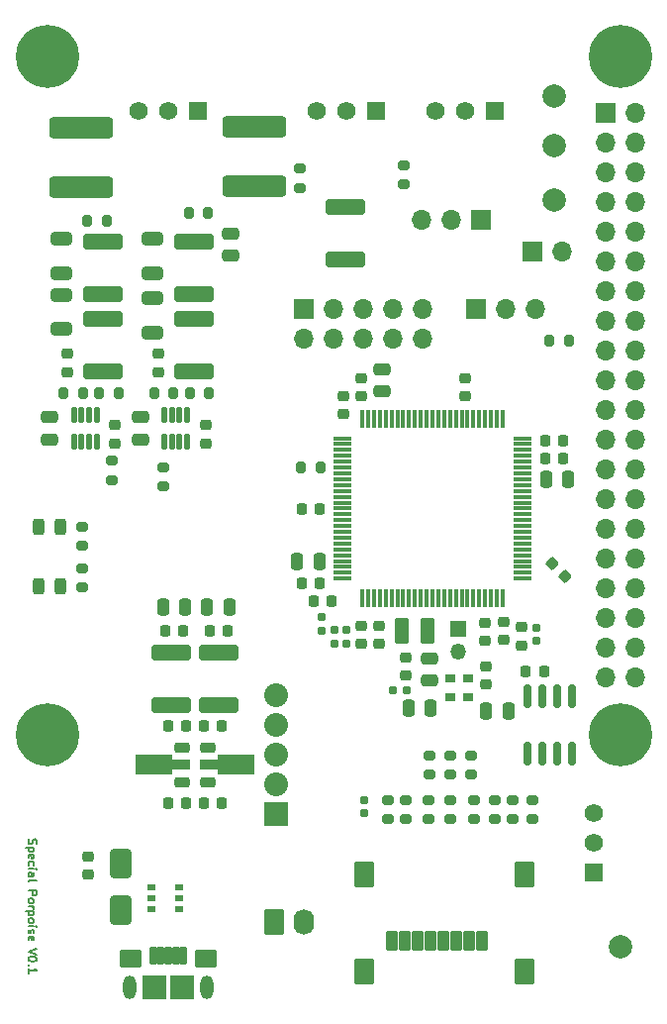
<source format=gbr>
%TF.GenerationSoftware,KiCad,Pcbnew,7.0.11-7.0.11~ubuntu20.04.1*%
%TF.CreationDate,2025-05-20T14:11:40-07:00*%
%TF.ProjectId,whaleboard,7768616c-6562-46f6-9172-642e6b696361,rev?*%
%TF.SameCoordinates,Original*%
%TF.FileFunction,Soldermask,Top*%
%TF.FilePolarity,Negative*%
%FSLAX46Y46*%
G04 Gerber Fmt 4.6, Leading zero omitted, Abs format (unit mm)*
G04 Created by KiCad (PCBNEW 7.0.11-7.0.11~ubuntu20.04.1) date 2025-05-20 14:11:40*
%MOMM*%
%LPD*%
G01*
G04 APERTURE LIST*
G04 Aperture macros list*
%AMRoundRect*
0 Rectangle with rounded corners*
0 $1 Rounding radius*
0 $2 $3 $4 $5 $6 $7 $8 $9 X,Y pos of 4 corners*
0 Add a 4 corners polygon primitive as box body*
4,1,4,$2,$3,$4,$5,$6,$7,$8,$9,$2,$3,0*
0 Add four circle primitives for the rounded corners*
1,1,$1+$1,$2,$3*
1,1,$1+$1,$4,$5*
1,1,$1+$1,$6,$7*
1,1,$1+$1,$8,$9*
0 Add four rect primitives between the rounded corners*
20,1,$1+$1,$2,$3,$4,$5,0*
20,1,$1+$1,$4,$5,$6,$7,0*
20,1,$1+$1,$6,$7,$8,$9,0*
20,1,$1+$1,$8,$9,$2,$3,0*%
%AMFreePoly0*
4,1,9,3.862500,-0.866500,0.737500,-0.866500,0.737500,-0.450000,-0.737500,-0.450000,-0.737500,0.450000,0.737500,0.450000,0.737500,0.866500,3.862500,0.866500,3.862500,-0.866500,3.862500,-0.866500,$1*%
G04 Aperture macros list end*
%ADD10C,0.175000*%
%ADD11C,5.400000*%
%ADD12C,2.000000*%
%ADD13RoundRect,0.200000X0.200000X0.275000X-0.200000X0.275000X-0.200000X-0.275000X0.200000X-0.275000X0*%
%ADD14RoundRect,0.225000X-0.250000X0.225000X-0.250000X-0.225000X0.250000X-0.225000X0.250000X0.225000X0*%
%ADD15RoundRect,0.250000X-0.475000X0.250000X-0.475000X-0.250000X0.475000X-0.250000X0.475000X0.250000X0*%
%ADD16RoundRect,0.200000X0.275000X-0.200000X0.275000X0.200000X-0.275000X0.200000X-0.275000X-0.200000X0*%
%ADD17RoundRect,0.250000X-1.450000X0.400000X-1.450000X-0.400000X1.450000X-0.400000X1.450000X0.400000X0*%
%ADD18RoundRect,0.200000X-0.275000X0.200000X-0.275000X-0.200000X0.275000X-0.200000X0.275000X0.200000X0*%
%ADD19RoundRect,0.225000X0.250000X-0.225000X0.250000X0.225000X-0.250000X0.225000X-0.250000X-0.225000X0*%
%ADD20RoundRect,0.250000X-2.450000X0.650000X-2.450000X-0.650000X2.450000X-0.650000X2.450000X0.650000X0*%
%ADD21RoundRect,0.150000X0.150000X-0.825000X0.150000X0.825000X-0.150000X0.825000X-0.150000X-0.825000X0*%
%ADD22RoundRect,0.225000X0.335876X0.017678X0.017678X0.335876X-0.335876X-0.017678X-0.017678X-0.335876X0*%
%ADD23RoundRect,0.076200X-0.400000X-0.750000X0.400000X-0.750000X0.400000X0.750000X-0.400000X0.750000X0*%
%ADD24RoundRect,0.076200X-0.750000X-1.025000X0.750000X-1.025000X0.750000X1.025000X-0.750000X1.025000X0*%
%ADD25RoundRect,0.250000X-0.250000X-0.475000X0.250000X-0.475000X0.250000X0.475000X-0.250000X0.475000X0*%
%ADD26RoundRect,0.250000X0.650000X-0.325000X0.650000X0.325000X-0.650000X0.325000X-0.650000X-0.325000X0*%
%ADD27R,2.032000X2.032000*%
%ADD28C,2.032000*%
%ADD29RoundRect,0.075000X0.075000X-0.725000X0.075000X0.725000X-0.075000X0.725000X-0.075000X-0.725000X0*%
%ADD30RoundRect,0.075000X0.725000X-0.075000X0.725000X0.075000X-0.725000X0.075000X-0.725000X-0.075000X0*%
%ADD31R,1.700000X1.700000*%
%ADD32O,1.700000X1.700000*%
%ADD33RoundRect,0.225000X0.225000X0.250000X-0.225000X0.250000X-0.225000X-0.250000X0.225000X-0.250000X0*%
%ADD34R,1.574800X1.574800*%
%ADD35C,1.574800*%
%ADD36RoundRect,0.250000X-0.375000X-0.850000X0.375000X-0.850000X0.375000X0.850000X-0.375000X0.850000X0*%
%ADD37RoundRect,0.250000X0.475000X-0.250000X0.475000X0.250000X-0.475000X0.250000X-0.475000X-0.250000X0*%
%ADD38RoundRect,0.225000X-0.225000X-0.250000X0.225000X-0.250000X0.225000X0.250000X-0.225000X0.250000X0*%
%ADD39RoundRect,0.102000X-0.200000X-0.675000X0.200000X-0.675000X0.200000X0.675000X-0.200000X0.675000X0*%
%ADD40RoundRect,0.102000X-0.800000X-0.700000X0.800000X-0.700000X0.800000X0.700000X-0.800000X0.700000X0*%
%ADD41RoundRect,0.102000X-0.950000X-0.950000X0.950000X-0.950000X0.950000X0.950000X-0.950000X0.950000X0*%
%ADD42O,1.104000X2.004000*%
%ADD43RoundRect,0.160000X-0.160000X0.197500X-0.160000X-0.197500X0.160000X-0.197500X0.160000X0.197500X0*%
%ADD44RoundRect,0.200000X-0.200000X-0.275000X0.200000X-0.275000X0.200000X0.275000X-0.200000X0.275000X0*%
%ADD45RoundRect,0.250000X1.450000X-0.400000X1.450000X0.400000X-1.450000X0.400000X-1.450000X-0.400000X0*%
%ADD46RoundRect,0.250000X0.250000X0.475000X-0.250000X0.475000X-0.250000X-0.475000X0.250000X-0.475000X0*%
%ADD47RoundRect,0.160000X0.160000X-0.197500X0.160000X0.197500X-0.160000X0.197500X-0.160000X-0.197500X0*%
%ADD48R,0.700000X0.510000*%
%ADD49RoundRect,0.155000X0.155000X-0.212500X0.155000X0.212500X-0.155000X0.212500X-0.155000X-0.212500X0*%
%ADD50RoundRect,0.225000X0.425000X0.225000X-0.425000X0.225000X-0.425000X-0.225000X0.425000X-0.225000X0*%
%ADD51FreePoly0,180.000000*%
%ADD52RoundRect,0.243750X0.243750X0.456250X-0.243750X0.456250X-0.243750X-0.456250X0.243750X-0.456250X0*%
%ADD53RoundRect,0.125000X-0.125000X0.537500X-0.125000X-0.537500X0.125000X-0.537500X0.125000X0.537500X0*%
%ADD54RoundRect,0.155000X-0.212500X-0.155000X0.212500X-0.155000X0.212500X0.155000X-0.212500X0.155000X0*%
%ADD55R,0.850000X0.650000*%
%ADD56RoundRect,0.225000X-0.425000X-0.225000X0.425000X-0.225000X0.425000X0.225000X-0.425000X0.225000X0*%
%ADD57FreePoly0,0.000000*%
%ADD58RoundRect,0.250000X-0.650000X1.000000X-0.650000X-1.000000X0.650000X-1.000000X0.650000X1.000000X0*%
%ADD59RoundRect,0.250000X-0.620000X-0.845000X0.620000X-0.845000X0.620000X0.845000X-0.620000X0.845000X0*%
%ADD60O,1.740000X2.190000*%
%ADD61R,1.350000X1.350000*%
%ADD62O,1.350000X1.350000*%
G04 APERTURE END LIST*
D10*
X104903100Y-130829864D02*
X104869766Y-130929864D01*
X104869766Y-130929864D02*
X104869766Y-131096531D01*
X104869766Y-131096531D02*
X104903100Y-131163197D01*
X104903100Y-131163197D02*
X104936433Y-131196531D01*
X104936433Y-131196531D02*
X105003100Y-131229864D01*
X105003100Y-131229864D02*
X105069766Y-131229864D01*
X105069766Y-131229864D02*
X105136433Y-131196531D01*
X105136433Y-131196531D02*
X105169766Y-131163197D01*
X105169766Y-131163197D02*
X105203100Y-131096531D01*
X105203100Y-131096531D02*
X105236433Y-130963197D01*
X105236433Y-130963197D02*
X105269766Y-130896531D01*
X105269766Y-130896531D02*
X105303100Y-130863197D01*
X105303100Y-130863197D02*
X105369766Y-130829864D01*
X105369766Y-130829864D02*
X105436433Y-130829864D01*
X105436433Y-130829864D02*
X105503100Y-130863197D01*
X105503100Y-130863197D02*
X105536433Y-130896531D01*
X105536433Y-130896531D02*
X105569766Y-130963197D01*
X105569766Y-130963197D02*
X105569766Y-131129864D01*
X105569766Y-131129864D02*
X105536433Y-131229864D01*
X105336433Y-131529864D02*
X104636433Y-131529864D01*
X105303100Y-131529864D02*
X105336433Y-131596531D01*
X105336433Y-131596531D02*
X105336433Y-131729864D01*
X105336433Y-131729864D02*
X105303100Y-131796531D01*
X105303100Y-131796531D02*
X105269766Y-131829864D01*
X105269766Y-131829864D02*
X105203100Y-131863198D01*
X105203100Y-131863198D02*
X105003100Y-131863198D01*
X105003100Y-131863198D02*
X104936433Y-131829864D01*
X104936433Y-131829864D02*
X104903100Y-131796531D01*
X104903100Y-131796531D02*
X104869766Y-131729864D01*
X104869766Y-131729864D02*
X104869766Y-131596531D01*
X104869766Y-131596531D02*
X104903100Y-131529864D01*
X104903100Y-132429864D02*
X104869766Y-132363197D01*
X104869766Y-132363197D02*
X104869766Y-132229864D01*
X104869766Y-132229864D02*
X104903100Y-132163197D01*
X104903100Y-132163197D02*
X104969766Y-132129864D01*
X104969766Y-132129864D02*
X105236433Y-132129864D01*
X105236433Y-132129864D02*
X105303100Y-132163197D01*
X105303100Y-132163197D02*
X105336433Y-132229864D01*
X105336433Y-132229864D02*
X105336433Y-132363197D01*
X105336433Y-132363197D02*
X105303100Y-132429864D01*
X105303100Y-132429864D02*
X105236433Y-132463197D01*
X105236433Y-132463197D02*
X105169766Y-132463197D01*
X105169766Y-132463197D02*
X105103100Y-132129864D01*
X104903100Y-133063197D02*
X104869766Y-132996531D01*
X104869766Y-132996531D02*
X104869766Y-132863197D01*
X104869766Y-132863197D02*
X104903100Y-132796531D01*
X104903100Y-132796531D02*
X104936433Y-132763197D01*
X104936433Y-132763197D02*
X105003100Y-132729864D01*
X105003100Y-132729864D02*
X105203100Y-132729864D01*
X105203100Y-132729864D02*
X105269766Y-132763197D01*
X105269766Y-132763197D02*
X105303100Y-132796531D01*
X105303100Y-132796531D02*
X105336433Y-132863197D01*
X105336433Y-132863197D02*
X105336433Y-132996531D01*
X105336433Y-132996531D02*
X105303100Y-133063197D01*
X104869766Y-133363197D02*
X105336433Y-133363197D01*
X105569766Y-133363197D02*
X105536433Y-133329864D01*
X105536433Y-133329864D02*
X105503100Y-133363197D01*
X105503100Y-133363197D02*
X105536433Y-133396531D01*
X105536433Y-133396531D02*
X105569766Y-133363197D01*
X105569766Y-133363197D02*
X105503100Y-133363197D01*
X104869766Y-133996530D02*
X105236433Y-133996530D01*
X105236433Y-133996530D02*
X105303100Y-133963197D01*
X105303100Y-133963197D02*
X105336433Y-133896530D01*
X105336433Y-133896530D02*
X105336433Y-133763197D01*
X105336433Y-133763197D02*
X105303100Y-133696530D01*
X104903100Y-133996530D02*
X104869766Y-133929864D01*
X104869766Y-133929864D02*
X104869766Y-133763197D01*
X104869766Y-133763197D02*
X104903100Y-133696530D01*
X104903100Y-133696530D02*
X104969766Y-133663197D01*
X104969766Y-133663197D02*
X105036433Y-133663197D01*
X105036433Y-133663197D02*
X105103100Y-133696530D01*
X105103100Y-133696530D02*
X105136433Y-133763197D01*
X105136433Y-133763197D02*
X105136433Y-133929864D01*
X105136433Y-133929864D02*
X105169766Y-133996530D01*
X104869766Y-134429863D02*
X104903100Y-134363197D01*
X104903100Y-134363197D02*
X104969766Y-134329863D01*
X104969766Y-134329863D02*
X105569766Y-134329863D01*
X104869766Y-135229863D02*
X105569766Y-135229863D01*
X105569766Y-135229863D02*
X105569766Y-135496530D01*
X105569766Y-135496530D02*
X105536433Y-135563197D01*
X105536433Y-135563197D02*
X105503100Y-135596530D01*
X105503100Y-135596530D02*
X105436433Y-135629863D01*
X105436433Y-135629863D02*
X105336433Y-135629863D01*
X105336433Y-135629863D02*
X105269766Y-135596530D01*
X105269766Y-135596530D02*
X105236433Y-135563197D01*
X105236433Y-135563197D02*
X105203100Y-135496530D01*
X105203100Y-135496530D02*
X105203100Y-135229863D01*
X104869766Y-136029863D02*
X104903100Y-135963197D01*
X104903100Y-135963197D02*
X104936433Y-135929863D01*
X104936433Y-135929863D02*
X105003100Y-135896530D01*
X105003100Y-135896530D02*
X105203100Y-135896530D01*
X105203100Y-135896530D02*
X105269766Y-135929863D01*
X105269766Y-135929863D02*
X105303100Y-135963197D01*
X105303100Y-135963197D02*
X105336433Y-136029863D01*
X105336433Y-136029863D02*
X105336433Y-136129863D01*
X105336433Y-136129863D02*
X105303100Y-136196530D01*
X105303100Y-136196530D02*
X105269766Y-136229863D01*
X105269766Y-136229863D02*
X105203100Y-136263197D01*
X105203100Y-136263197D02*
X105003100Y-136263197D01*
X105003100Y-136263197D02*
X104936433Y-136229863D01*
X104936433Y-136229863D02*
X104903100Y-136196530D01*
X104903100Y-136196530D02*
X104869766Y-136129863D01*
X104869766Y-136129863D02*
X104869766Y-136029863D01*
X104869766Y-136563196D02*
X105336433Y-136563196D01*
X105203100Y-136563196D02*
X105269766Y-136596530D01*
X105269766Y-136596530D02*
X105303100Y-136629863D01*
X105303100Y-136629863D02*
X105336433Y-136696530D01*
X105336433Y-136696530D02*
X105336433Y-136763196D01*
X105336433Y-136996529D02*
X104636433Y-136996529D01*
X105303100Y-136996529D02*
X105336433Y-137063196D01*
X105336433Y-137063196D02*
X105336433Y-137196529D01*
X105336433Y-137196529D02*
X105303100Y-137263196D01*
X105303100Y-137263196D02*
X105269766Y-137296529D01*
X105269766Y-137296529D02*
X105203100Y-137329863D01*
X105203100Y-137329863D02*
X105003100Y-137329863D01*
X105003100Y-137329863D02*
X104936433Y-137296529D01*
X104936433Y-137296529D02*
X104903100Y-137263196D01*
X104903100Y-137263196D02*
X104869766Y-137196529D01*
X104869766Y-137196529D02*
X104869766Y-137063196D01*
X104869766Y-137063196D02*
X104903100Y-136996529D01*
X104869766Y-137729862D02*
X104903100Y-137663196D01*
X104903100Y-137663196D02*
X104936433Y-137629862D01*
X104936433Y-137629862D02*
X105003100Y-137596529D01*
X105003100Y-137596529D02*
X105203100Y-137596529D01*
X105203100Y-137596529D02*
X105269766Y-137629862D01*
X105269766Y-137629862D02*
X105303100Y-137663196D01*
X105303100Y-137663196D02*
X105336433Y-137729862D01*
X105336433Y-137729862D02*
X105336433Y-137829862D01*
X105336433Y-137829862D02*
X105303100Y-137896529D01*
X105303100Y-137896529D02*
X105269766Y-137929862D01*
X105269766Y-137929862D02*
X105203100Y-137963196D01*
X105203100Y-137963196D02*
X105003100Y-137963196D01*
X105003100Y-137963196D02*
X104936433Y-137929862D01*
X104936433Y-137929862D02*
X104903100Y-137896529D01*
X104903100Y-137896529D02*
X104869766Y-137829862D01*
X104869766Y-137829862D02*
X104869766Y-137729862D01*
X104869766Y-138263195D02*
X105336433Y-138263195D01*
X105569766Y-138263195D02*
X105536433Y-138229862D01*
X105536433Y-138229862D02*
X105503100Y-138263195D01*
X105503100Y-138263195D02*
X105536433Y-138296529D01*
X105536433Y-138296529D02*
X105569766Y-138263195D01*
X105569766Y-138263195D02*
X105503100Y-138263195D01*
X104903100Y-138563195D02*
X104869766Y-138629862D01*
X104869766Y-138629862D02*
X104869766Y-138763195D01*
X104869766Y-138763195D02*
X104903100Y-138829862D01*
X104903100Y-138829862D02*
X104969766Y-138863195D01*
X104969766Y-138863195D02*
X105003100Y-138863195D01*
X105003100Y-138863195D02*
X105069766Y-138829862D01*
X105069766Y-138829862D02*
X105103100Y-138763195D01*
X105103100Y-138763195D02*
X105103100Y-138663195D01*
X105103100Y-138663195D02*
X105136433Y-138596528D01*
X105136433Y-138596528D02*
X105203100Y-138563195D01*
X105203100Y-138563195D02*
X105236433Y-138563195D01*
X105236433Y-138563195D02*
X105303100Y-138596528D01*
X105303100Y-138596528D02*
X105336433Y-138663195D01*
X105336433Y-138663195D02*
X105336433Y-138763195D01*
X105336433Y-138763195D02*
X105303100Y-138829862D01*
X104903100Y-139429862D02*
X104869766Y-139363195D01*
X104869766Y-139363195D02*
X104869766Y-139229862D01*
X104869766Y-139229862D02*
X104903100Y-139163195D01*
X104903100Y-139163195D02*
X104969766Y-139129862D01*
X104969766Y-139129862D02*
X105236433Y-139129862D01*
X105236433Y-139129862D02*
X105303100Y-139163195D01*
X105303100Y-139163195D02*
X105336433Y-139229862D01*
X105336433Y-139229862D02*
X105336433Y-139363195D01*
X105336433Y-139363195D02*
X105303100Y-139429862D01*
X105303100Y-139429862D02*
X105236433Y-139463195D01*
X105236433Y-139463195D02*
X105169766Y-139463195D01*
X105169766Y-139463195D02*
X105103100Y-139129862D01*
X105569766Y-140196528D02*
X104869766Y-140429862D01*
X104869766Y-140429862D02*
X105569766Y-140663195D01*
X105569766Y-141029862D02*
X105569766Y-141096528D01*
X105569766Y-141096528D02*
X105536433Y-141163195D01*
X105536433Y-141163195D02*
X105503100Y-141196528D01*
X105503100Y-141196528D02*
X105436433Y-141229862D01*
X105436433Y-141229862D02*
X105303100Y-141263195D01*
X105303100Y-141263195D02*
X105136433Y-141263195D01*
X105136433Y-141263195D02*
X105003100Y-141229862D01*
X105003100Y-141229862D02*
X104936433Y-141196528D01*
X104936433Y-141196528D02*
X104903100Y-141163195D01*
X104903100Y-141163195D02*
X104869766Y-141096528D01*
X104869766Y-141096528D02*
X104869766Y-141029862D01*
X104869766Y-141029862D02*
X104903100Y-140963195D01*
X104903100Y-140963195D02*
X104936433Y-140929862D01*
X104936433Y-140929862D02*
X105003100Y-140896528D01*
X105003100Y-140896528D02*
X105136433Y-140863195D01*
X105136433Y-140863195D02*
X105303100Y-140863195D01*
X105303100Y-140863195D02*
X105436433Y-140896528D01*
X105436433Y-140896528D02*
X105503100Y-140929862D01*
X105503100Y-140929862D02*
X105536433Y-140963195D01*
X105536433Y-140963195D02*
X105569766Y-141029862D01*
X104936433Y-141563195D02*
X104903100Y-141596529D01*
X104903100Y-141596529D02*
X104869766Y-141563195D01*
X104869766Y-141563195D02*
X104903100Y-141529862D01*
X104903100Y-141529862D02*
X104936433Y-141563195D01*
X104936433Y-141563195D02*
X104869766Y-141563195D01*
X104869766Y-142263195D02*
X104869766Y-141863195D01*
X104869766Y-142063195D02*
X105569766Y-142063195D01*
X105569766Y-142063195D02*
X105469766Y-141996528D01*
X105469766Y-141996528D02*
X105403100Y-141929862D01*
X105403100Y-141929862D02*
X105369766Y-141863195D01*
D11*
%TO.C,H3*%
X155504000Y-121870000D03*
%TD*%
D12*
%TO.C,TP3*%
X155560000Y-140030000D03*
%TD*%
D13*
%TO.C,R2*%
X120225000Y-77300000D03*
X118575000Y-77300000D03*
%TD*%
D14*
%TO.C,C32*%
X109982000Y-132321000D03*
X109982000Y-133871000D03*
%TD*%
D15*
%TO.C,C13*%
X122174000Y-79060000D03*
X122174000Y-80960000D03*
%TD*%
D16*
%TO.C,R23*%
X109474000Y-105727000D03*
X109474000Y-104077000D03*
%TD*%
D17*
%TO.C,L2*%
X118999000Y-86360000D03*
X118999000Y-90810000D03*
%TD*%
D18*
%TO.C,R21*%
X146304000Y-127445000D03*
X146304000Y-129095000D03*
%TD*%
D19*
%TO.C,C20*%
X133350000Y-114109800D03*
X133350000Y-112559800D03*
%TD*%
D20*
%TO.C,C2*%
X124225000Y-69900000D03*
X124225000Y-75000000D03*
%TD*%
D16*
%TO.C,R9*%
X137007600Y-74866000D03*
X137007600Y-73216000D03*
%TD*%
D14*
%TO.C,C25*%
X131826000Y-92951000D03*
X131826000Y-94501000D03*
%TD*%
D13*
%TO.C,R5*%
X112585000Y-92649000D03*
X110935000Y-92649000D03*
%TD*%
D21*
%TO.C,U6*%
X147574000Y-123506000D03*
X148844000Y-123506000D03*
X150114000Y-123506000D03*
X151384000Y-123506000D03*
X151384000Y-118556000D03*
X150114000Y-118556000D03*
X148844000Y-118556000D03*
X147574000Y-118556000D03*
%TD*%
D22*
%TO.C,C22*%
X150763608Y-108345608D03*
X149667592Y-107249592D03*
%TD*%
D23*
%TO.C,J8*%
X143662000Y-139514000D03*
X142562000Y-139514000D03*
X141462000Y-139514000D03*
X140362000Y-139514000D03*
X139262000Y-139514000D03*
X138162000Y-139514000D03*
X137062000Y-139514000D03*
X135962000Y-139514000D03*
D24*
X133587000Y-133814000D03*
X133587000Y-142114000D03*
X147337000Y-133814000D03*
X147337000Y-142114000D03*
%TD*%
D25*
%TO.C,C41*%
X127863912Y-107050485D03*
X129763912Y-107050485D03*
%TD*%
D26*
%TO.C,C4*%
X115443000Y-87520000D03*
X115443000Y-84570000D03*
%TD*%
D11*
%TO.C,H2*%
X106504001Y-63870001D03*
%TD*%
D27*
%TO.C,U4*%
X126100000Y-128650000D03*
D28*
X126100000Y-126110000D03*
X126100000Y-123570000D03*
X126100000Y-121030000D03*
X126100000Y-118490000D03*
%TD*%
D29*
%TO.C,U7*%
X133443142Y-110221215D03*
X133943142Y-110221215D03*
X134443142Y-110221215D03*
X134943142Y-110221215D03*
X135443142Y-110221215D03*
X135943142Y-110221215D03*
X136443142Y-110221215D03*
X136943142Y-110221215D03*
X137443142Y-110221215D03*
X137943142Y-110221215D03*
X138443142Y-110221215D03*
X138943142Y-110221215D03*
X139443142Y-110221215D03*
X139943142Y-110221215D03*
X140443142Y-110221215D03*
X140943142Y-110221215D03*
X141443142Y-110221215D03*
X141943142Y-110221215D03*
X142443142Y-110221215D03*
X142943142Y-110221215D03*
X143443142Y-110221215D03*
X143943142Y-110221215D03*
X144443142Y-110221215D03*
X144943142Y-110221215D03*
X145443142Y-110221215D03*
D30*
X147118142Y-108546215D03*
X147118142Y-108046215D03*
X147118142Y-107546215D03*
X147118142Y-107046215D03*
X147118142Y-106546215D03*
X147118142Y-106046215D03*
X147118142Y-105546215D03*
X147118142Y-105046215D03*
X147118142Y-104546215D03*
X147118142Y-104046215D03*
X147118142Y-103546215D03*
X147118142Y-103046215D03*
X147118142Y-102546215D03*
X147118142Y-102046215D03*
X147118142Y-101546215D03*
X147118142Y-101046215D03*
X147118142Y-100546215D03*
X147118142Y-100046215D03*
X147118142Y-99546215D03*
X147118142Y-99046215D03*
X147118142Y-98546215D03*
X147118142Y-98046215D03*
X147118142Y-97546215D03*
X147118142Y-97046215D03*
X147118142Y-96546215D03*
D29*
X145443142Y-94871215D03*
X144943142Y-94871215D03*
X144443142Y-94871215D03*
X143943142Y-94871215D03*
X143443142Y-94871215D03*
X142943142Y-94871215D03*
X142443142Y-94871215D03*
X141943142Y-94871215D03*
X141443142Y-94871215D03*
X140943142Y-94871215D03*
X140443142Y-94871215D03*
X139943142Y-94871215D03*
X139443142Y-94871215D03*
X138943142Y-94871215D03*
X138443142Y-94871215D03*
X137943142Y-94871215D03*
X137443142Y-94871215D03*
X136943142Y-94871215D03*
X136443142Y-94871215D03*
X135943142Y-94871215D03*
X135443142Y-94871215D03*
X134943142Y-94871215D03*
X134443142Y-94871215D03*
X133943142Y-94871215D03*
X133443142Y-94871215D03*
D30*
X131768142Y-96546215D03*
X131768142Y-97046215D03*
X131768142Y-97546215D03*
X131768142Y-98046215D03*
X131768142Y-98546215D03*
X131768142Y-99046215D03*
X131768142Y-99546215D03*
X131768142Y-100046215D03*
X131768142Y-100546215D03*
X131768142Y-101046215D03*
X131768142Y-101546215D03*
X131768142Y-102046215D03*
X131768142Y-102546215D03*
X131768142Y-103046215D03*
X131768142Y-103546215D03*
X131768142Y-104046215D03*
X131768142Y-104546215D03*
X131768142Y-105046215D03*
X131768142Y-105546215D03*
X131768142Y-106046215D03*
X131768142Y-106546215D03*
X131768142Y-107046215D03*
X131768142Y-107546215D03*
X131768142Y-108046215D03*
X131768142Y-108546215D03*
%TD*%
D16*
%TO.C,R13*%
X139065000Y-129095000D03*
X139065000Y-127445000D03*
%TD*%
D31*
%TO.C,J6*%
X143175000Y-85500000D03*
D32*
X145715000Y-85500000D03*
X148255000Y-85500000D03*
%TD*%
D14*
%TO.C,C5*%
X115951000Y-89334000D03*
X115951000Y-90884000D03*
%TD*%
D16*
%TO.C,R11*%
X135636000Y-129095000D03*
X135636000Y-127445000D03*
%TD*%
D33*
%TO.C,C14*%
X121425000Y-127762000D03*
X119875000Y-127762000D03*
%TD*%
D34*
%TO.C,J2*%
X119380000Y-68580000D03*
D35*
X116840000Y-68580000D03*
X114300000Y-68580000D03*
%TD*%
D11*
%TO.C,H1*%
X155504000Y-63870001D03*
%TD*%
D36*
%TO.C,L8*%
X136847000Y-113030000D03*
X138997000Y-113030000D03*
%TD*%
D37*
%TO.C,C6*%
X114427000Y-96647000D03*
X114427000Y-94747000D03*
%TD*%
D38*
%TO.C,C27*%
X129273000Y-110490000D03*
X130823000Y-110490000D03*
%TD*%
D18*
%TO.C,R17*%
X142748000Y-123635000D03*
X142748000Y-125285000D03*
%TD*%
D16*
%TO.C,R7*%
X112050000Y-100100000D03*
X112050000Y-98450000D03*
%TD*%
D39*
%TO.C,J11*%
X115540000Y-140809600D03*
X116190000Y-140809600D03*
X116840000Y-140809600D03*
X117490000Y-140809600D03*
X118140000Y-140809600D03*
D40*
X113640000Y-141034600D03*
X120040000Y-141034600D03*
D41*
X118040000Y-143484600D03*
X115640000Y-143484600D03*
D42*
X113540000Y-143484600D03*
X120140000Y-143484600D03*
%TD*%
D43*
%TO.C,R27*%
X131064000Y-112940500D03*
X131064000Y-114135500D03*
%TD*%
D34*
%TO.C,J3*%
X134620000Y-68580000D03*
D35*
X132080000Y-68580000D03*
X129540000Y-68580000D03*
%TD*%
D37*
%TO.C,C12*%
X106680000Y-96647000D03*
X106680000Y-94747000D03*
%TD*%
D38*
%TO.C,C26*%
X128251044Y-102616000D03*
X129801044Y-102616000D03*
%TD*%
D44*
%TO.C,R6*%
X109919000Y-77917000D03*
X111569000Y-77917000D03*
%TD*%
D26*
%TO.C,C10*%
X107696000Y-87218000D03*
X107696000Y-84268000D03*
%TD*%
%TO.C,C3*%
X115443000Y-82440000D03*
X115443000Y-79490000D03*
%TD*%
D17*
%TO.C,L4*%
X111252000Y-86360000D03*
X111252000Y-90810000D03*
%TD*%
D45*
%TO.C,L5*%
X131970000Y-81245000D03*
X131970000Y-76795000D03*
%TD*%
D38*
%TO.C,C45*%
X128257000Y-108966000D03*
X129807000Y-108966000D03*
%TD*%
D25*
%TO.C,C19*%
X116398000Y-110998000D03*
X118298000Y-110998000D03*
%TD*%
D46*
%TO.C,C43*%
X151064000Y-100076000D03*
X149164000Y-100076000D03*
%TD*%
D47*
%TO.C,R29*%
X132080000Y-114135500D03*
X132080000Y-112940500D03*
%TD*%
D18*
%TO.C,R24*%
X109474000Y-107633000D03*
X109474000Y-109283000D03*
%TD*%
D16*
%TO.C,R10*%
X128075000Y-75150000D03*
X128075000Y-73500000D03*
%TD*%
D48*
%TO.C,U8*%
X117746000Y-136840000D03*
X117746000Y-135890000D03*
X117746000Y-134940000D03*
X115426000Y-134940000D03*
X115426000Y-135890000D03*
X115426000Y-136840000D03*
%TD*%
D13*
%TO.C,R8*%
X109537000Y-92649000D03*
X107887000Y-92649000D03*
%TD*%
D31*
%TO.C,J7*%
X128397000Y-85471000D03*
D32*
X128397000Y-88011000D03*
X130937000Y-85471000D03*
X130937000Y-88011000D03*
X133477000Y-85471000D03*
X133477000Y-88011000D03*
X136017000Y-85471000D03*
X136017000Y-88011000D03*
X138557000Y-85471000D03*
X138557000Y-88011000D03*
%TD*%
D43*
%TO.C,R28*%
X129921000Y-111797500D03*
X129921000Y-112992500D03*
%TD*%
D19*
%TO.C,C21*%
X143910000Y-113865000D03*
X143910000Y-112315000D03*
%TD*%
D25*
%TO.C,C29*%
X144050000Y-119880000D03*
X145950000Y-119880000D03*
%TD*%
D13*
%TO.C,R20*%
X129857000Y-99060000D03*
X128207000Y-99060000D03*
%TD*%
D15*
%TO.C,C42*%
X135128000Y-90617000D03*
X135128000Y-92517000D03*
%TD*%
D19*
%TO.C,C44*%
X137160000Y-116853000D03*
X137160000Y-115303000D03*
%TD*%
D38*
%TO.C,C17*%
X116827000Y-127762000D03*
X118377000Y-127762000D03*
%TD*%
D46*
%TO.C,C16*%
X122078000Y-110998000D03*
X120178000Y-110998000D03*
%TD*%
D31*
%TO.C,J13*%
X148026200Y-80543400D03*
D32*
X150566200Y-80543400D03*
%TD*%
D33*
%TO.C,C28*%
X148984000Y-116459000D03*
X147434000Y-116459000D03*
%TD*%
D14*
%TO.C,C35*%
X133350000Y-91427000D03*
X133350000Y-92977000D03*
%TD*%
D26*
%TO.C,C9*%
X107696000Y-82440000D03*
X107696000Y-79490000D03*
%TD*%
D13*
%TO.C,R25*%
X151125000Y-88200000D03*
X149475000Y-88200000D03*
%TD*%
D49*
%TO.C,FB1*%
X133604000Y-128583500D03*
X133604000Y-127448500D03*
%TD*%
D11*
%TO.C,H4*%
X106504001Y-121870000D03*
%TD*%
D50*
%TO.C,U5*%
X118028000Y-125960000D03*
D51*
X117940500Y-124460000D03*
D50*
X118028000Y-122960000D03*
%TD*%
D33*
%TO.C,C31*%
X118377000Y-121158000D03*
X116827000Y-121158000D03*
%TD*%
%TO.C,C23*%
X150635000Y-96774000D03*
X149085000Y-96774000D03*
%TD*%
%TO.C,C30*%
X121425000Y-121158000D03*
X119875000Y-121158000D03*
%TD*%
D17*
%TO.C,L1*%
X118999000Y-79756000D03*
X118999000Y-84206000D03*
%TD*%
D19*
%TO.C,C33*%
X144018000Y-117615000D03*
X144018000Y-116065000D03*
%TD*%
D17*
%TO.C,L3*%
X111252000Y-79756000D03*
X111252000Y-84206000D03*
%TD*%
D14*
%TO.C,C11*%
X108204000Y-89334000D03*
X108204000Y-90884000D03*
%TD*%
D52*
%TO.C,D1*%
X107617500Y-104140000D03*
X105742500Y-104140000D03*
%TD*%
D16*
%TO.C,R15*%
X143002000Y-129095000D03*
X143002000Y-127445000D03*
%TD*%
%TO.C,R14*%
X140970000Y-129095000D03*
X140970000Y-127445000D03*
%TD*%
D33*
%TO.C,C15*%
X121933000Y-113030000D03*
X120383000Y-113030000D03*
%TD*%
D44*
%TO.C,R4*%
X115634000Y-92649000D03*
X117284000Y-92649000D03*
%TD*%
D53*
%TO.C,U1*%
X118450000Y-94559500D03*
X117800000Y-94559500D03*
X117150000Y-94559500D03*
X116500000Y-94559500D03*
X116500000Y-96834500D03*
X117150000Y-96834500D03*
X117800000Y-96834500D03*
X118450000Y-96834500D03*
%TD*%
D33*
%TO.C,C34*%
X150635000Y-98298000D03*
X149085000Y-98298000D03*
%TD*%
D45*
%TO.C,L6*%
X121128000Y-119319000D03*
X121128000Y-114869000D03*
%TD*%
D19*
%TO.C,C39*%
X147066000Y-114262200D03*
X147066000Y-112712200D03*
%TD*%
D37*
%TO.C,C38*%
X139192000Y-117282000D03*
X139192000Y-115382000D03*
%TD*%
D54*
%TO.C,FB2*%
X136084500Y-118110000D03*
X137219500Y-118110000D03*
%TD*%
D16*
%TO.C,R16*%
X144780000Y-129095000D03*
X144780000Y-127445000D03*
%TD*%
D55*
%TO.C,U9*%
X142485000Y-118695000D03*
X142485000Y-117045000D03*
X140935000Y-117045000D03*
X140935000Y-118695000D03*
%TD*%
D52*
%TO.C,D2*%
X107617500Y-109220000D03*
X105742500Y-109220000D03*
%TD*%
D12*
%TO.C,TP1*%
X149860000Y-76200000D03*
%TD*%
%TO.C,TP4*%
X149860000Y-71550000D03*
%TD*%
D34*
%TO.C,J9*%
X153210000Y-133700000D03*
D35*
X153210000Y-131160000D03*
X153210000Y-128620000D03*
%TD*%
D14*
%TO.C,C7*%
X112268000Y-95430000D03*
X112268000Y-96980000D03*
%TD*%
D18*
%TO.C,R19*%
X139192000Y-123635000D03*
X139192000Y-125285000D03*
%TD*%
D19*
%TO.C,C40*%
X145542000Y-113805000D03*
X145542000Y-112255000D03*
%TD*%
D49*
%TO.C,FB3*%
X148336000Y-113851500D03*
X148336000Y-112716500D03*
%TD*%
D14*
%TO.C,C24*%
X142240000Y-91427000D03*
X142240000Y-92977000D03*
%TD*%
D12*
%TO.C,TP2*%
X149860000Y-67310000D03*
%TD*%
D20*
%TO.C,C8*%
X109425000Y-70000000D03*
X109425000Y-75100000D03*
%TD*%
D45*
%TO.C,L7*%
X117094000Y-119319000D03*
X117094000Y-114869000D03*
%TD*%
D16*
%TO.C,R12*%
X137160000Y-129095000D03*
X137160000Y-127445000D03*
%TD*%
%TO.C,R3*%
X116408200Y-100662200D03*
X116408200Y-99012200D03*
%TD*%
D31*
%TO.C,J5*%
X143580000Y-77830000D03*
D32*
X141040000Y-77830000D03*
X138500000Y-77830000D03*
%TD*%
D38*
%TO.C,C18*%
X116573000Y-113030000D03*
X118123000Y-113030000D03*
%TD*%
D18*
%TO.C,R22*%
X147955000Y-127445000D03*
X147955000Y-129095000D03*
%TD*%
%TO.C,R18*%
X140970000Y-123635000D03*
X140970000Y-125285000D03*
%TD*%
D56*
%TO.C,U3*%
X120194000Y-122960000D03*
D57*
X120281500Y-124460000D03*
D56*
X120194000Y-125960000D03*
%TD*%
D19*
%TO.C,C37*%
X134874000Y-114109800D03*
X134874000Y-112559800D03*
%TD*%
D58*
%TO.C,D3*%
X112776000Y-132874000D03*
X112776000Y-136874000D03*
%TD*%
D34*
%TO.C,J4*%
X144780000Y-68560000D03*
D35*
X142240000Y-68560000D03*
X139700000Y-68560000D03*
%TD*%
D53*
%TO.C,U2*%
X110703000Y-94559500D03*
X110053000Y-94559500D03*
X109403000Y-94559500D03*
X108753000Y-94559500D03*
X108753000Y-96834500D03*
X109403000Y-96834500D03*
X110053000Y-96834500D03*
X110703000Y-96834500D03*
%TD*%
D44*
%TO.C,R1*%
X118682000Y-92649000D03*
X120332000Y-92649000D03*
%TD*%
D59*
%TO.C,J1*%
X125882400Y-137922000D03*
D60*
X128422400Y-137922000D03*
%TD*%
D46*
%TO.C,C36*%
X139290000Y-119640000D03*
X137390000Y-119640000D03*
%TD*%
D14*
%TO.C,C1*%
X120015000Y-95430000D03*
X120015000Y-96980000D03*
%TD*%
D61*
%TO.C,J12*%
X141640000Y-112810000D03*
D62*
X141640000Y-114810000D03*
%TD*%
D31*
%TO.C,J10*%
X154234000Y-68740001D03*
D32*
X156774000Y-68740001D03*
X154234000Y-71280001D03*
X156774000Y-71280001D03*
X154234000Y-73820001D03*
X156774000Y-73820001D03*
X154234000Y-76360001D03*
X156774000Y-76360001D03*
X154234000Y-78900001D03*
X156774000Y-78900001D03*
X154234000Y-81440001D03*
X156774000Y-81440001D03*
X154234000Y-83980001D03*
X156774000Y-83980001D03*
X154234000Y-86520001D03*
X156774000Y-86520001D03*
X154234000Y-89060001D03*
X156774000Y-89060001D03*
X154234000Y-91600001D03*
X156774000Y-91600001D03*
X154234000Y-94140001D03*
X156774000Y-94140001D03*
X154234000Y-96680001D03*
X156774000Y-96680001D03*
X154234000Y-99220001D03*
X156774000Y-99220001D03*
X154234000Y-101760001D03*
X156774000Y-101760001D03*
X154234000Y-104300001D03*
X156774000Y-104300001D03*
X154234000Y-106840001D03*
X156774000Y-106840001D03*
X154234000Y-109380001D03*
X156774000Y-109380001D03*
X154234000Y-111920001D03*
X156774000Y-111920001D03*
X154234000Y-114460001D03*
X156774000Y-114460001D03*
X154234000Y-117000001D03*
X156774000Y-117000001D03*
%TD*%
M02*

</source>
